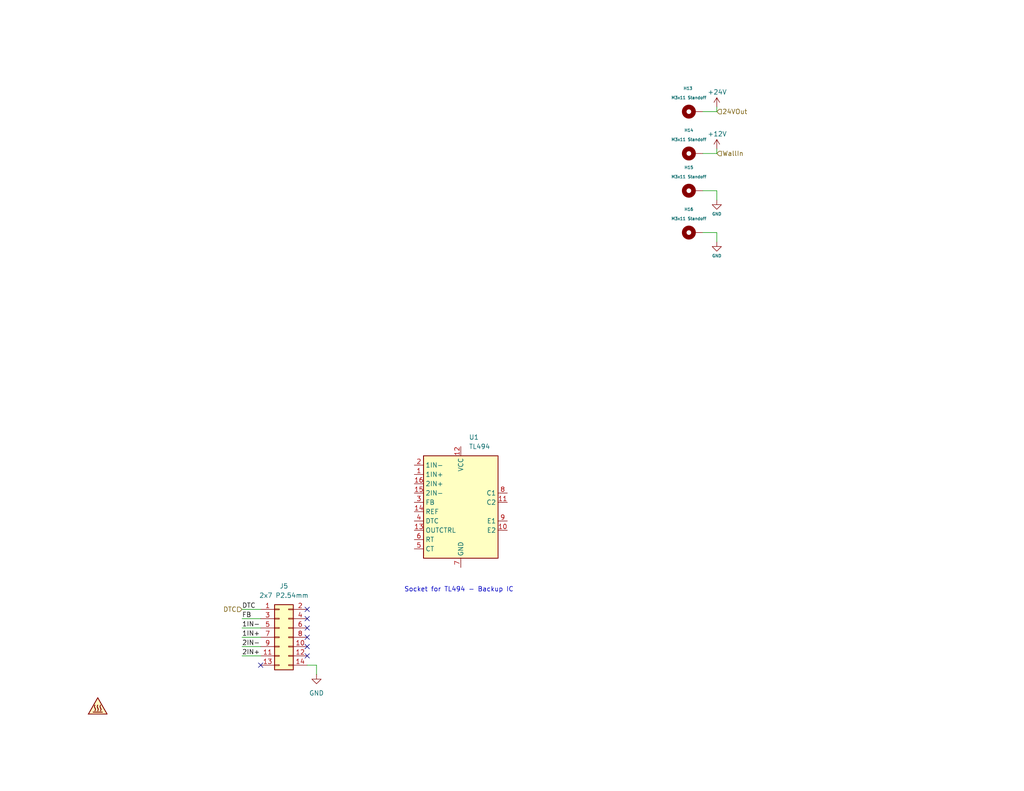
<source format=kicad_sch>
(kicad_sch (version 20231120) (generator "eeschema") (generator_version "8.0")
  (paper "USLetter")
  (lib_symbols
    (symbol "Connector_Generic:Conn_02x07_Odd_Even" (pin_names (offset 1.016) hide)
      (property "Reference" "J" (at 1.27 10.16 0))
      (property "Value" "Conn_02x07_Odd_Even" (at 1.27 -10.16 0))
      (symbol "Conn_02x07_Odd_Even_1_1"
        (rectangle (start -1.27 -7.493) (end 0 -7.747) (stroke (width 0.1524)))
        (rectangle (start -1.27 -4.953) (end 0 -5.207) (stroke (width 0.1524)))
        (rectangle (start -1.27 -2.413) (end 0 -2.667) (stroke (width 0.1524)))
        (rectangle (start -1.27 0.127) (end 0 -0.127) (stroke (width 0.1524)))
        (rectangle (start -1.27 2.667) (end 0 2.413) (stroke (width 0.1524)))
        (rectangle (start -1.27 5.207) (end 0 4.953) (stroke (width 0.1524)))
        (rectangle (start -1.27 7.747) (end 0 7.493) (stroke (width 0.1524)))
        (rectangle (start -1.27 8.89) (end 3.81 -8.89) (stroke (width 0.254)) (fill (type background)))
        (rectangle (start 3.81 -7.493) (end 2.54 -7.747) (stroke (width 0.1524)))
        (rectangle (start 3.81 -4.953) (end 2.54 -5.207) (stroke (width 0.1524)))
        (rectangle (start 3.81 -2.413) (end 2.54 -2.667) (stroke (width 0.1524)))
        (rectangle (start 3.81 0.127) (end 2.54 -0.127) (stroke (width 0.1524)))
        (rectangle (start 3.81 2.667) (end 2.54 2.413) (stroke (width 0.1524)))
        (rectangle (start 3.81 5.207) (end 2.54 4.953) (stroke (width 0.1524)))
        (rectangle (start 3.81 7.747) (end 2.54 7.493) (stroke (width 0.1524)))
        (pin passive line (at -5.08 7.62 0) (length 3.81) (name "Pin_1") (number "1"))
        (pin passive line (at 7.62 -2.54 180) (length 3.81) (name "Pin_10") (number "10"))
        (pin passive line (at -5.08 -5.08 0) (length 3.81) (name "Pin_11") (number "11"))
        (pin passive line (at 7.62 -5.08 180) (length 3.81) (name "Pin_12") (number "12"))
        (pin passive line (at -5.08 -7.62 0) (length 3.81) (name "Pin_13") (number "13"))
        (pin passive line (at 7.62 -7.62 180) (length 3.81) (name "Pin_14") (number "14"))
        (pin passive line (at 7.62 7.62 180) (length 3.81) (name "Pin_2") (number "2"))
        (pin passive line (at -5.08 5.08 0) (length 3.81) (name "Pin_3") (number "3"))
        (pin passive line (at 7.62 5.08 180) (length 3.81) (name "Pin_4") (number "4"))
        (pin passive line (at -5.08 2.54 0) (length 3.81) (name "Pin_5") (number "5"))
        (pin passive line (at 7.62 2.54 180) (length 3.81) (name "Pin_6") (number "6"))
        (pin passive line (at -5.08 0 0) (length 3.81) (name "Pin_7") (number "7"))
        (pin passive line (at 7.62 0 180) (length 3.81) (name "Pin_8") (number "8"))
        (pin passive line (at -5.08 -2.54 0) (length 3.81) (name "Pin_9") (number "9"))
      )
    )
    (symbol "GND_1" (power) (pin_numbers hide) (pin_names (offset 0) hide)
      (property "Value" "GND" (at 0 -3.81 0))
      (symbol "GND_1_0_1"
        (polyline (pts (xy 0 0) (xy 0 -1.27) (xy 1.27 -1.27) (xy 0 -2.54) (xy -1.27 -1.27) (xy 0 -1.27)))
      )
      (symbol "GND_1_1_1"
        (pin power_in line (at 0 0 270) (length 0) (name "~") (number "1"))
      )
    )
    (symbol "Graphic:SYM_Hot_Small" (in_bom no) (on_board no)
      (symbol "SYM_Hot_Small_0_1"
        (arc (start -0.762 -1.016) (mid -0.635 -0.635) (end -0.762 -0.254) (stroke (width 0.254)))
        (arc (start -0.762 0.508) (mid -0.889 0.127) (end -0.762 -0.254) (stroke (width 0.254)))
        (arc (start 0 -1.016) (mid 0.127 -0.635) (end 0 -0.254) (stroke (width 0.254)))
        (polyline (pts (xy 1.27 -1.397) (xy -1.27 -1.397)) (stroke (width 0.254)))
        (polyline (pts (xy -2.54 -1.905) (xy 2.54 -1.905) (xy 0 2.54) (xy -2.54 -1.905)) (stroke (width 0.254)) (fill (type background)))
        (arc (start 0 0.508) (mid -0.127 0.127) (end 0 -0.254) (stroke (width 0.254)))
        (arc (start 0.762 -1.016) (mid 0.889 -0.635) (end 0.762 -0.254) (stroke (width 0.254)))
        (arc (start 0.762 0.508) (mid 0.635 0.127) (end 0.762 -0.254) (stroke (width 0.254)))
      )
    )
    (symbol "Mechanical:MountingHole_Pad" (pin_numbers hide) (pin_names (offset 1.016) hide)
      (property "Reference" "H" (at 0 6.35 0))
      (property "Value" "MountingHole_Pad" (at 0 4.445 0))
      (symbol "MountingHole_Pad_0_1"
        (circle (center 0 1.27) (radius 1.27) (stroke (width 1.27)))
      )
      (symbol "MountingHole_Pad_1_1"
        (pin input line (at 0 -2.54 90) (length 2.54) (name "1") (number "1"))
      )
    )
    (symbol "Regulator_Controller:TL494"
      (property "Reference" "U" (at 3.81 19.05 0))
      (property "Value" "TL494" (at 3.81 16.51 0))
      (symbol "TL494_0_1"
        (rectangle (start -10.16 -12.7) (end 10.16 15.24) (stroke (width 0.254)) (fill (type background)))
      )
      (symbol "TL494_1_1"
        (pin input line (at -12.7 10.16 0) (length 2.54) (name "1IN+") (number "1"))
        (pin passive line (at 12.7 -5.08 180) (length 2.54) (name "E2") (number "10"))
        (pin passive line (at 12.7 2.54 180) (length 2.54) (name "C2") (number "11"))
        (pin power_in line (at 0 17.78 270) (length 2.54) (name "VCC") (number "12"))
        (pin input line (at -12.7 -5.08 0) (length 2.54) (name "OUTCTRL") (number "13"))
        (pin power_out line (at -12.7 0 0) (length 2.54) (name "REF") (number "14"))
        (pin input line (at -12.7 5.08 0) (length 2.54) (name "2IN-") (number "15"))
        (pin input line (at -12.7 7.62 0) (length 2.54) (name "2IN+") (number "16"))
        (pin input line (at -12.7 12.7 0) (length 2.54) (name "1IN-") (number "2"))
        (pin output line (at -12.7 2.54 0) (length 2.54) (name "FB") (number "3"))
        (pin input line (at -12.7 -2.54 0) (length 2.54) (name "DTC") (number "4"))
        (pin passive line (at -12.7 -10.16 0) (length 2.54) (name "CT") (number "5"))
        (pin passive line (at -12.7 -7.62 0) (length 2.54) (name "RT") (number "6"))
        (pin power_in line (at 0 -15.24 90) (length 2.54) (name "GND") (number "7"))
        (pin passive line (at 12.7 5.08 180) (length 2.54) (name "C1") (number "8"))
        (pin passive line (at 12.7 -2.54 180) (length 2.54) (name "E1") (number "9"))
      )
    )
    (symbol "power:+12V" (power) (pin_numbers hide) (pin_names (offset 0) hide)
      (property "Value" "+12V" (at 0 3.556 0))
      (symbol "+12V_0_1"
        (polyline (pts (xy -0.762 1.27) (xy 0 2.54)))
        (polyline (pts (xy 0 0) (xy 0 2.54)))
        (polyline (pts (xy 0 2.54) (xy 0.762 1.27)))
      )
      (symbol "+12V_1_1"
        (pin power_in line (at 0 0 90) (length 0) (name "~") (number "1"))
      )
    )
    (symbol "power:+24V" (power) (pin_numbers hide) (pin_names (offset 0) hide)
      (property "Value" "+24V" (at 0 3.556 0))
      (symbol "+24V_0_1"
        (polyline (pts (xy -0.762 1.27) (xy 0 2.54)))
        (polyline (pts (xy 0 0) (xy 0 2.54)))
        (polyline (pts (xy 0 2.54) (xy 0.762 1.27)))
      )
      (symbol "+24V_1_1"
        (pin power_in line (at 0 0 90) (length 0) (name "~") (number "1"))
      )
    )
    (symbol "power:GND" (power) (pin_numbers hide) (pin_names (offset 0) hide)
      (property "Value" "GND" (at 0 -3.81 0))
      (symbol "GND_0_1"
        (polyline (pts (xy 0 0) (xy 0 -1.27) (xy 1.27 -1.27) (xy 0 -2.54) (xy -1.27 -1.27) (xy 0 -1.27)))
      )
      (symbol "GND_1_1"
        (pin power_in line (at 0 0 270) (length 0) (name "~") (number "1"))
      )
    )
  )
  (no_connect (at 83.82 179.07))
  (no_connect (at 83.82 173.99))
  (no_connect (at 71.12 181.61))
  (no_connect (at 83.82 168.91))
  (no_connect (at 83.82 166.37))
  (no_connect (at 83.82 171.45))
  (no_connect (at 83.82 176.53))
  (wire (pts (xy 191.77 52.07) (xy 195.58 52.07)))
  (wire (pts (xy 66.04 168.91) (xy 71.12 168.91)))
  (wire (pts (xy 195.58 30.48) (xy 195.58 29.21)))
  (wire (pts (xy 195.58 41.91) (xy 191.77 41.91)))
  (wire (pts (xy 195.58 40.64) (xy 195.58 41.91)))
  (wire (pts (xy 66.04 171.45) (xy 71.12 171.45)))
  (wire (pts (xy 86.36 181.61) (xy 86.36 184.15)))
  (wire (pts (xy 195.58 63.5) (xy 195.58 66.04)))
  (wire (pts (xy 191.77 63.5) (xy 195.58 63.5)))
  (wire (pts (xy 195.58 52.07) (xy 195.58 54.61)))
  (wire (pts (xy 83.82 181.61) (xy 86.36 181.61)))
  (wire (pts (xy 191.77 30.48) (xy 195.58 30.48)))
  (wire (pts (xy 66.04 176.53) (xy 71.12 176.53)))
  (wire (pts (xy 66.04 179.07) (xy 71.12 179.07)))
  (wire (pts (xy 66.04 173.99) (xy 71.12 173.99)))
  (wire (pts (xy 66.04 166.37) (xy 71.12 166.37)))
  (text "Socket for TL494 - Backup IC" (at 125.222 161.036 0) (effects (font (size 1.27 1.27))))
  (label "2IN+" (at 66.04 179.07 0))
  (label "FB" (at 66.04 168.91 0))
  (label "DTC" (at 66.04 166.37 0))
  (label "1IN+" (at 66.04 173.99 0))
  (label "2IN-" (at 66.04 176.53 0))
  (label "1IN-" (at 66.04 171.45 0))
  (hierarchical_label "24VOut" (shape input) (at 195.58 30.48 0))
  (hierarchical_label "DTC" (shape input) (at 66.04 166.37 180))
  (hierarchical_label "WallIn" (shape input) (at 195.58 41.91 0))
  (symbol (lib_id "Mechanical:MountingHole_Pad") (at 189.23 52.07 90) (unit 1) (in_bom no)
    (property "Reference" "H15" (at 187.96 45.72 90) (effects (font (size 0.8 0.8))))
    (property "Value" "M3x11 Standoff" (at 187.96 48.26 90) (effects (font (size 0.8 0.8))))
    (property "Footprint" "Mounting_Wuerth:Mounting_Wuerth_WA-SMSI-M3_H11mm_9774110360" (effects (hide yes)))
    (property "Description" "Mounting Hole with connection" (effects (hide yes)))
  )
  (symbol (lib_name "GND_1") (lib_id "power:GND") (at 195.58 54.61 0) (unit 1)
    (property "Reference" "#PWR010" (effects (hide yes)))
    (property "Value" "GND" (at 195.58 58.42 0) (effects (font (size 0.8 0.8))))
    (property "Description" "Power symbol creates a global label with name \"GND\" , ground" (effects (hide yes)))
  )
  (symbol (lib_id "Graphic:SYM_Hot_Small") (at 26.67 193.04 0) (unit 1) (exclude_from_sim yes) (in_bom no)
    (property "Reference" "SYM1" (effects (hide yes)))
    (property "Value" "SYM_Hot_Small" (effects (hide yes)))
    (property "Footprint" "Modules_SurgicalLighting:BoostModule" (effects (hide yes)))
    (property "Description" "Hot surface warning symbol, small" (effects (hide yes)))
  )
  (symbol (lib_name "GND_1") (lib_id "power:GND") (at 195.58 66.04 0) (unit 1)
    (property "Reference" "#PWR011" (effects (hide yes)))
    (property "Value" "GND" (at 195.58 69.85 0) (effects (font (size 0.8 0.8))))
    (property "Description" "Power symbol creates a global label with name \"GND\" , ground" (effects (hide yes)))
  )
  (symbol (lib_id "Connector_Generic:Conn_02x07_Odd_Even") (at 76.2 173.99 0) (unit 1)
    (property "Reference" "J5" (at 77.47 160.02 0))
    (property "Value" "2x7 P2.54mm" (at 77.47 162.56 0))
    (property "Footprint" "Connector_PinSocket_2.54mm:PinSocket_2x07_P2.54mm_Vertical" (effects (hide yes)))
    (property "Description" "Generic connector, double row, 02x07, odd/even pin numbering scheme (row 1 odd numbers, row 2 even numbers), script generated (kicad-library-utils/schlib/autogen/connector/)" (effects (hide yes)))
  )
  (symbol (lib_id "power:GND") (at 86.36 184.15 0) (unit 1)
    (property "Reference" "#PWR05" (effects (hide yes)))
    (property "Value" "GND" (at 86.36 189.23 0))
    (property "Description" "Power symbol creates a global label with name \"GND\" , ground" (effects (hide yes)))
  )
  (symbol (lib_id "Mechanical:MountingHole_Pad") (at 189.23 41.91 90) (unit 1) (in_bom no)
    (property "Reference" "H14" (at 187.96 35.56 90) (effects (font (size 0.8 0.8))))
    (property "Value" "M3x11 Standoff" (at 187.96 38.1 90) (effects (font (size 0.8 0.8))))
    (property "Footprint" "Mounting_Wuerth:Mounting_Wuerth_WA-SMSI-M3_H11mm_9774110360" (effects (hide yes)))
    (property "Description" "Mounting Hole with connection" (effects (hide yes)))
  )
  (symbol (lib_id "power:+12V") (at 195.58 40.64 0) (unit 1)
    (property "Reference" "#PWR09" (effects (hide yes)))
    (property "Value" "+12V" (at 193.04 36.576 0) (effects (justify left)))
    (property "Description" "Power symbol creates a global label with name \"+12V\"" (effects (hide yes)))
  )
  (symbol (lib_id "Mechanical:MountingHole_Pad") (at 189.23 30.48 90) (unit 1) (in_bom no)
    (property "Reference" "H13" (at 187.706 24.13 90) (effects (font (size 0.8 0.8))))
    (property "Value" "M3x11 Standoff" (at 187.96 26.67 90) (effects (font (size 0.8 0.8))))
    (property "Footprint" "Mounting_Wuerth:Mounting_Wuerth_WA-SMSI-M3_H11mm_9774110360" (effects (hide yes)))
    (property "Description" "Mounting Hole with connection" (effects (hide yes)))
  )
  (symbol (lib_id "Regulator_Controller:TL494") (at 125.73 139.7 0) (unit 1)
    (property "Reference" "U1" (at 127.9241 119.38 0) (effects (justify left)))
    (property "Value" "TL494" (at 127.9241 121.92 0) (effects (justify left)))
    (property "Footprint" "Package_DIP:DIP-16_W7.62mm_Socket" (effects (hide yes)))
    (property "Datasheet" "http://www.ti.com/lit/ds/symlink/tl494.pdf" (effects (hide yes)))
    (property "Description" "Pulse-Width-Modulation Control Circuits, PDIP-16/SOIC-16/TSSOP-16" (effects (hide yes)))
  )
  (symbol (lib_id "power:+24V") (at 195.58 29.21 0) (unit 1)
    (property "Reference" "#PWR06" (effects (hide yes)))
    (property "Value" "+24V" (at 193.04 25.146 0) (effects (justify left)))
    (property "Description" "Power symbol creates a global label with name \"+24V\"" (effects (hide yes)))
  )
  (symbol (lib_id "Mechanical:MountingHole_Pad") (at 189.23 63.5 90) (unit 1) (in_bom no)
    (property "Reference" "H16" (at 187.96 57.15 90) (effects (font (size 0.8 0.8))))
    (property "Value" "M3x11 Standoff" (at 187.96 59.69 90) (effects (font (size 0.8 0.8))))
    (property "Footprint" "Mounting_Wuerth:Mounting_Wuerth_WA-SMSI-M3_H11mm_9774110360" (effects (hide yes)))
    (property "Description" "Mounting Hole with connection" (effects (hide yes)))
  )
)
</source>
